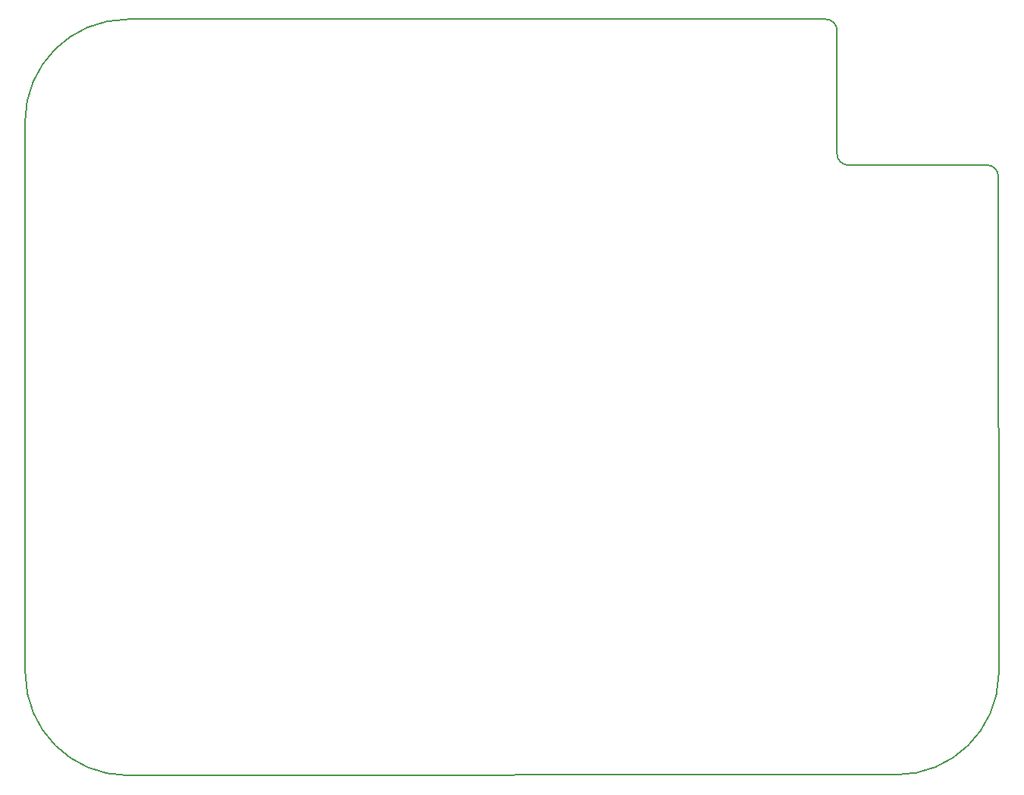
<source format=gm1>
G04 #@! TF.GenerationSoftware,KiCad,Pcbnew,5.1.6*
G04 #@! TF.CreationDate,2020-09-08T13:44:10+01:00*
G04 #@! TF.ProjectId,cradio-pg1232,63726164-696f-42d7-9067-313233322e6b,2.1*
G04 #@! TF.SameCoordinates,Original*
G04 #@! TF.FileFunction,Profile,NP*
%FSLAX46Y46*%
G04 Gerber Fmt 4.6, Leading zero omitted, Abs format (unit mm)*
G04 Created by KiCad (PCBNEW 5.1.6) date 2020-09-08 13:44:10*
%MOMM*%
%LPD*%
G01*
G04 APERTURE LIST*
G04 #@! TA.AperFunction,Profile*
%ADD10C,0.150000*%
G04 #@! TD*
G04 APERTURE END LIST*
D10*
X143728077Y-89759965D02*
G75*
G02*
X132280000Y-100990000I-11438077J209965D01*
G01*
X46420000Y-101060000D02*
G75*
G02*
X34990000Y-89630000I0J11430000D01*
G01*
X126930000Y-32820000D02*
G75*
G02*
X125660000Y-31550000I0J1270000D01*
G01*
X125660000Y-31550000D02*
X125660000Y-17770000D01*
X124390000Y-16500000D02*
G75*
G02*
X125660000Y-17770000I0J-1270000D01*
G01*
X142330000Y-32810000D02*
G75*
G02*
X143679844Y-34087527I79844J-1267527D01*
G01*
X46420000Y-101060000D02*
X132280000Y-100990000D01*
X34960000Y-27940000D02*
G75*
G02*
X46390000Y-16510000I11430000J0D01*
G01*
X142330000Y-32810000D02*
X126930000Y-32820000D01*
X34960000Y-27940000D02*
X34990000Y-89630000D01*
X143728077Y-89759965D02*
X143679844Y-34087527D01*
X124390000Y-16500000D02*
X46390000Y-16510000D01*
M02*

</source>
